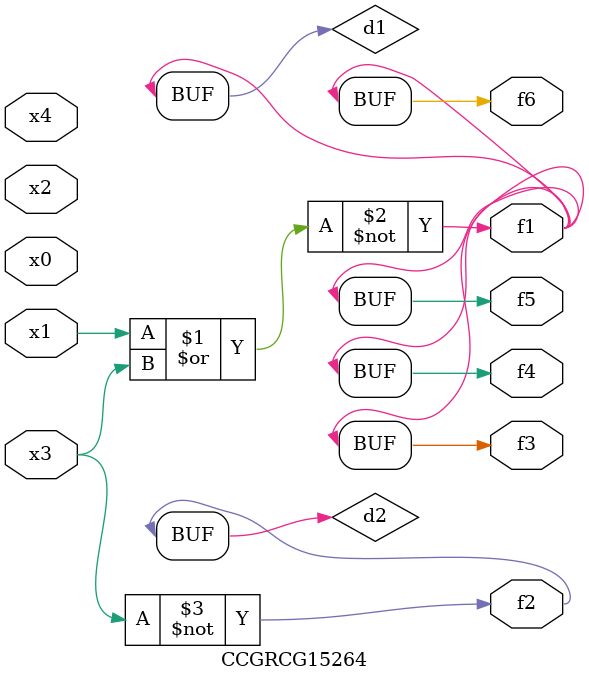
<source format=v>
module CCGRCG15264(
	input x0, x1, x2, x3, x4,
	output f1, f2, f3, f4, f5, f6
);

	wire d1, d2;

	nor (d1, x1, x3);
	not (d2, x3);
	assign f1 = d1;
	assign f2 = d2;
	assign f3 = d1;
	assign f4 = d1;
	assign f5 = d1;
	assign f6 = d1;
endmodule

</source>
